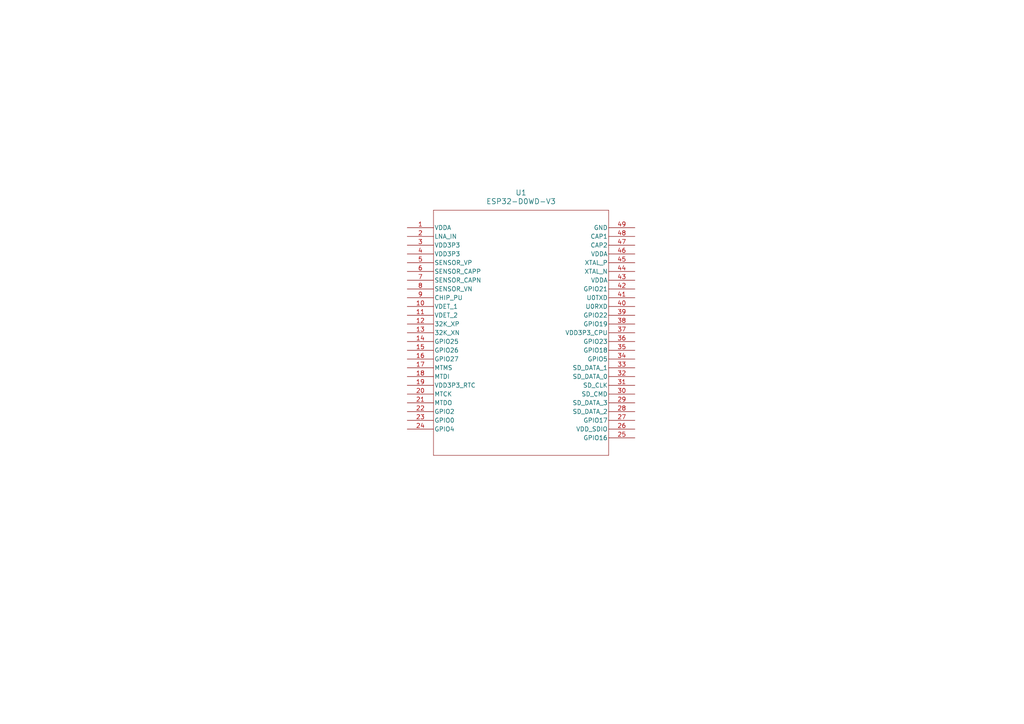
<source format=kicad_sch>
(kicad_sch (version 20231120) (generator "eeschema") (generator_version "8.0")
  (paper "A4")
  (lib_symbols
    (symbol "0_MCU:ESP32-D0WD-V3" (pin_names (offset 0.254))
      (property "Reference" "U" (at 33.02 10.16 0))
      (property "Value" "ESP32-D0WD-V3" (at 33.02 7.62 0))
      (symbol "ESP32-D0WD-V3_0_1"
        (polyline (pts (xy 7.62 -66.04) (xy 58.42 -66.04)) (stroke (width 0.127)))
        (polyline (pts (xy 7.62 5.08) (xy 7.62 -66.04)) (stroke (width 0.127)))
        (polyline (pts (xy 58.42 -66.04) (xy 58.42 5.08)) (stroke (width 0.127)))
        (polyline (pts (xy 58.42 5.08) (xy 7.62 5.08)) (stroke (width 0.127)))
        (pin power_in line (at 0 0 0) (length 7.62) (name "VDDA") (number "1"))
        (pin bidirectional line (at 0 -22.86 0) (length 7.62) (name "VDET_1") (number "10"))
        (pin bidirectional line (at 0 -25.4 0) (length 7.62) (name "VDET_2") (number "11"))
        (pin bidirectional line (at 0 -27.94 0) (length 7.62) (name "32K_XP") (number "12"))
        (pin bidirectional line (at 0 -30.48 0) (length 7.62) (name "32K_XN") (number "13"))
        (pin bidirectional line (at 0 -33.02 0) (length 7.62) (name "GPIO25") (number "14"))
        (pin bidirectional line (at 0 -35.56 0) (length 7.62) (name "GPIO26") (number "15"))
        (pin bidirectional line (at 0 -38.1 0) (length 7.62) (name "GPIO27") (number "16"))
        (pin unspecified line (at 0 -40.64 0) (length 7.62) (name "MTMS") (number "17"))
        (pin unspecified line (at 0 -43.18 0) (length 7.62) (name "MTDI") (number "18"))
        (pin power_in line (at 0 -45.72 0) (length 7.62) (name "VDD3P3_RTC") (number "19"))
        (pin unspecified line (at 0 -2.54 0) (length 7.62) (name "LNA_IN") (number "2"))
        (pin unspecified line (at 0 -48.26 0) (length 7.62) (name "MTCK") (number "20"))
        (pin unspecified line (at 0 -50.8 0) (length 7.62) (name "MTDO") (number "21"))
        (pin bidirectional line (at 0 -53.34 0) (length 7.62) (name "GPIO2") (number "22"))
        (pin bidirectional line (at 0 -55.88 0) (length 7.62) (name "GPIO0") (number "23"))
        (pin bidirectional line (at 0 -58.42 0) (length 7.62) (name "GPIO4") (number "24"))
        (pin bidirectional line (at 66.04 -60.96 180) (length 7.62) (name "GPIO16") (number "25"))
        (pin power_in line (at 66.04 -58.42 180) (length 7.62) (name "VDD_SDIO") (number "26"))
        (pin bidirectional line (at 66.04 -55.88 180) (length 7.62) (name "GPIO17") (number "27"))
        (pin bidirectional line (at 66.04 -53.34 180) (length 7.62) (name "SD_DATA_2") (number "28"))
        (pin bidirectional line (at 66.04 -50.8 180) (length 7.62) (name "SD_DATA_3") (number "29"))
        (pin power_in line (at 0 -5.08 0) (length 7.62) (name "VDD3P3") (number "3"))
        (pin unspecified line (at 66.04 -48.26 180) (length 7.62) (name "SD_CMD") (number "30"))
        (pin unspecified line (at 66.04 -45.72 180) (length 7.62) (name "SD_CLK") (number "31"))
        (pin bidirectional line (at 66.04 -43.18 180) (length 7.62) (name "SD_DATA_0") (number "32"))
        (pin bidirectional line (at 66.04 -40.64 180) (length 7.62) (name "SD_DATA_1") (number "33"))
        (pin bidirectional line (at 66.04 -38.1 180) (length 7.62) (name "GPIO5") (number "34"))
        (pin bidirectional line (at 66.04 -35.56 180) (length 7.62) (name "GPIO18") (number "35"))
        (pin bidirectional line (at 66.04 -33.02 180) (length 7.62) (name "GPIO23") (number "36"))
        (pin power_in line (at 66.04 -30.48 180) (length 7.62) (name "VDD3P3_CPU") (number "37"))
        (pin bidirectional line (at 66.04 -27.94 180) (length 7.62) (name "GPIO19") (number "38"))
        (pin bidirectional line (at 66.04 -25.4 180) (length 7.62) (name "GPIO22") (number "39"))
        (pin power_in line (at 0 -7.62 0) (length 7.62) (name "VDD3P3") (number "4"))
        (pin bidirectional line (at 66.04 -22.86 180) (length 7.62) (name "U0RXD") (number "40"))
        (pin bidirectional line (at 66.04 -20.32 180) (length 7.62) (name "U0TXD") (number "41"))
        (pin bidirectional line (at 66.04 -17.78 180) (length 7.62) (name "GPIO21") (number "42"))
        (pin power_in line (at 66.04 -15.24 180) (length 7.62) (name "VDDA") (number "43"))
        (pin unspecified line (at 66.04 -12.7 180) (length 7.62) (name "XTAL_N") (number "44"))
        (pin unspecified line (at 66.04 -10.16 180) (length 7.62) (name "XTAL_P") (number "45"))
        (pin power_in line (at 66.04 -7.62 180) (length 7.62) (name "VDDA") (number "46"))
        (pin bidirectional line (at 66.04 -5.08 180) (length 7.62) (name "CAP2") (number "47"))
        (pin bidirectional line (at 66.04 -2.54 180) (length 7.62) (name "CAP1") (number "48"))
        (pin power_out line (at 66.04 0 180) (length 7.62) (name "GND") (number "49"))
        (pin unspecified line (at 0 -10.16 0) (length 7.62) (name "SENSOR_VP") (number "5"))
        (pin unspecified line (at 0 -12.7 0) (length 7.62) (name "SENSOR_CAPP") (number "6"))
        (pin unspecified line (at 0 -15.24 0) (length 7.62) (name "SENSOR_CAPN") (number "7"))
        (pin unspecified line (at 0 -17.78 0) (length 7.62) (name "SENSOR_VN") (number "8"))
        (pin unspecified line (at 0 -20.32 0) (length 7.62) (name "CHIP_PU") (number "9"))
      )
    )
  )
  (symbol (lib_id "0_MCU:ESP32-D0WD-V3") (at 118.11 66.04 0) (unit 1)
    (property "Reference" "U1" (at 151.13 55.88 0) (effects (font (size 1.524 1.524))))
    (property "Value" "ESP32-D0WD-V3" (at 151.13 58.42 0) (effects (font (size 1.524 1.524))))
    (property "Footprint" "0_MCU:QFN48_ESP32-D0WD-V3_EXP" (effects (hide yes)))
    (property "Datasheet" "ESP32-D0WD-V3" (effects (hide yes)))
  )
)
</source>
